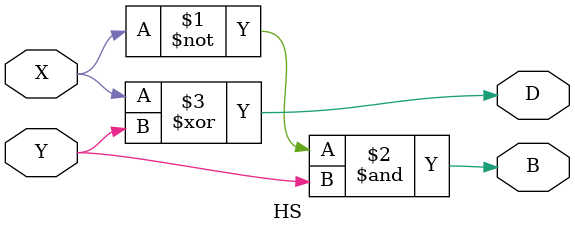
<source format=v>
module HS(
    input X,
    input Y,
    output B,
    output D
    );
    
    assign B = ~X & Y;
    assign D = X ^ Y;
    
endmodule

</source>
